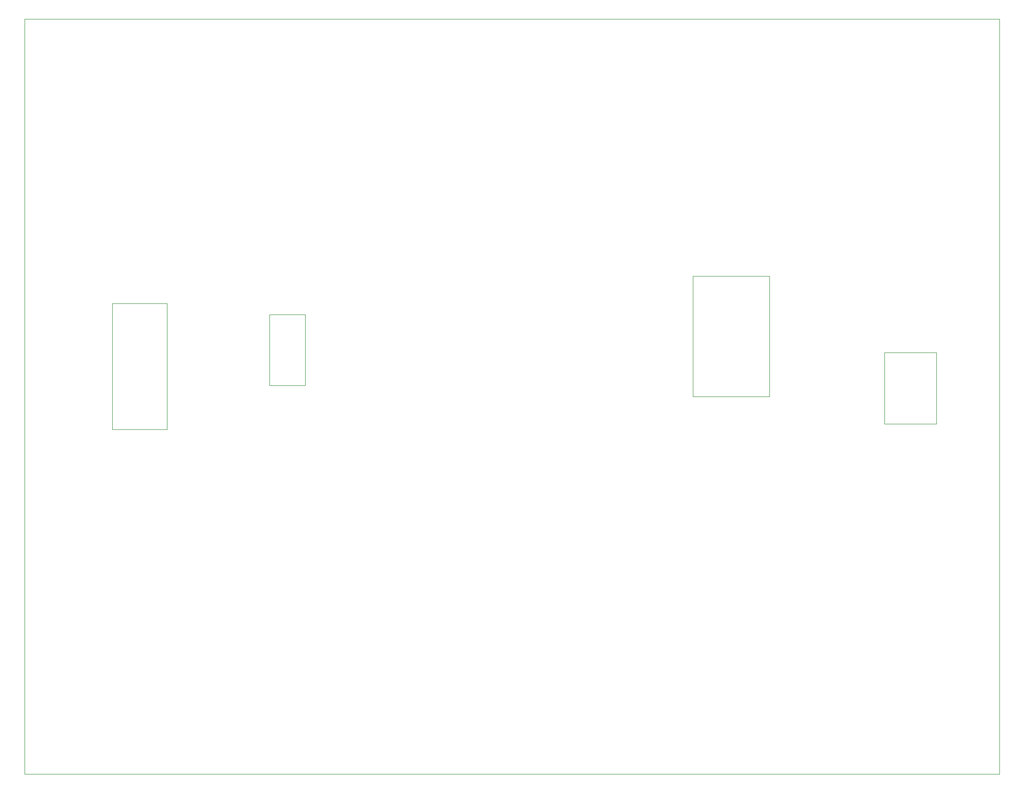
<source format=gbr>
G04 #@! TF.GenerationSoftware,KiCad,Pcbnew,(5.1.6)-1*
G04 #@! TF.CreationDate,2020-11-29T20:56:04-05:00*
G04 #@! TF.ProjectId,CaelusPCB,4361656c-7573-4504-9342-2e6b69636164,rev?*
G04 #@! TF.SameCoordinates,Original*
G04 #@! TF.FileFunction,Profile,NP*
%FSLAX46Y46*%
G04 Gerber Fmt 4.6, Leading zero omitted, Abs format (unit mm)*
G04 Created by KiCad (PCBNEW (5.1.6)-1) date 2020-11-29 20:56:04*
%MOMM*%
%LPD*%
G01*
G04 APERTURE LIST*
G04 #@! TA.AperFunction,Profile*
%ADD10C,0.050000*%
G04 #@! TD*
G04 APERTURE END LIST*
D10*
X245000000Y-43000000D02*
X67000000Y-43000000D01*
X245000000Y-181000000D02*
X245000000Y-43000000D01*
X67000000Y-181000000D02*
X245000000Y-181000000D01*
X67000000Y-43000000D02*
X67000000Y-181000000D01*
X111750000Y-110000000D02*
X111750000Y-97000000D01*
X111750000Y-110000000D02*
X118250000Y-110000000D01*
X118250000Y-97000000D02*
X118250000Y-110000000D01*
X111750000Y-97000000D02*
X118250000Y-97000000D01*
X224000000Y-117000000D02*
X224000000Y-104000000D01*
X233500000Y-117000000D02*
X224000000Y-117000000D01*
X233500000Y-104000000D02*
X233500000Y-117000000D01*
X224000000Y-104000000D02*
X233500000Y-104000000D01*
X189000000Y-112000000D02*
X189000000Y-90000000D01*
X203000000Y-112000000D02*
X189000000Y-112000000D01*
X203000000Y-90000000D02*
X203000000Y-112000000D01*
X189000000Y-90000000D02*
X203000000Y-90000000D01*
X93000000Y-118000000D02*
X93000000Y-95000000D01*
X83000000Y-118000000D02*
X93000000Y-118000000D01*
X83000000Y-95000000D02*
X83000000Y-118000000D01*
X83000000Y-95000000D02*
X93000000Y-95000000D01*
M02*

</source>
